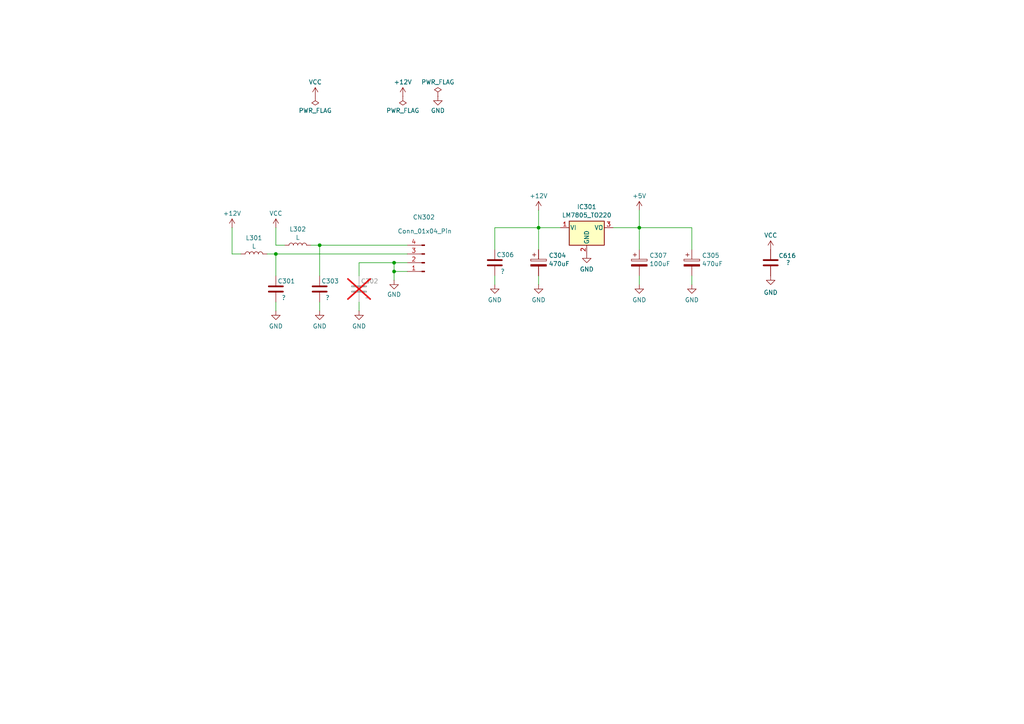
<source format=kicad_sch>
(kicad_sch (version 20231120) (generator "eeschema") (generator_version "8.0")
  (paper "A4")
  (title_block (title "PC-FX CD Board Schematics") (date "2024-07-21") (rev "0.1") (company "Author: Regis Galland") (comment 1 "Reversed engineered schematics of the PC-FX CD PCB"))
  (lib_symbols
    (symbol "Connector:Conn_01x04_Pin" (pin_names (offset 1.016) hide)
      (property "Reference" "J" (at 0 5.08 0))
      (property "Value" "Conn_01x04_Pin" (at 0 -7.62 0))
      (symbol "Conn_01x04_Pin_1_1"
        (polyline (pts (xy 1.27 -5.08) (xy 0.8636 -5.08)) (stroke (width 0.1524)))
        (polyline (pts (xy 1.27 -2.54) (xy 0.8636 -2.54)) (stroke (width 0.1524)))
        (polyline (pts (xy 1.27 0) (xy 0.8636 0)) (stroke (width 0.1524)))
        (polyline (pts (xy 1.27 2.54) (xy 0.8636 2.54)) (stroke (width 0.1524)))
        (rectangle (start 0.8636 -4.953) (end 0 -5.207) (stroke (width 0.1524)) (fill (type outline)))
        (rectangle (start 0.8636 -2.413) (end 0 -2.667) (stroke (width 0.1524)) (fill (type outline)))
        (rectangle (start 0.8636 0.127) (end 0 -0.127) (stroke (width 0.1524)) (fill (type outline)))
        (rectangle (start 0.8636 2.667) (end 0 2.413) (stroke (width 0.1524)) (fill (type outline)))
        (pin passive line (at 5.08 2.54 180) (length 3.81) (name "Pin_1") (number "1"))
        (pin passive line (at 5.08 0 180) (length 3.81) (name "Pin_2") (number "2"))
        (pin passive line (at 5.08 -2.54 180) (length 3.81) (name "Pin_3") (number "3"))
        (pin passive line (at 5.08 -5.08 180) (length 3.81) (name "Pin_4") (number "4"))
      )
    )
    (symbol "Device:C" (pin_numbers hide) (pin_names (offset 0.254))
      (property "Reference" "C" (at 0.635 2.54 0))
      (property "Value" "C" (at 0.635 -2.54 0))
      (symbol "C_0_1"
        (polyline (pts (xy -2.032 -0.762) (xy 2.032 -0.762)) (stroke (width 0.508)))
        (polyline (pts (xy -2.032 0.762) (xy 2.032 0.762)) (stroke (width 0.508)))
      )
      (symbol "C_1_1"
        (pin passive line (at 0 3.81 270) (length 2.794) (name "~") (number "1"))
        (pin passive line (at 0 -3.81 90) (length 2.794) (name "~") (number "2"))
      )
    )
    (symbol "Device:C_Polarized" (pin_numbers hide) (pin_names (offset 0.254))
      (property "Reference" "C" (at 0.635 2.54 0))
      (property "Value" "C_Polarized" (at 0.635 -2.54 0))
      (symbol "C_Polarized_0_1"
        (rectangle (start -2.286 0.508) (end 2.286 1.016))
        (polyline (pts (xy -1.778 2.286) (xy -0.762 2.286)))
        (polyline (pts (xy -1.27 2.794) (xy -1.27 1.778)))
        (rectangle (start 2.286 -0.508) (end -2.286 -1.016) (fill (type outline)))
      )
      (symbol "C_Polarized_1_1"
        (pin passive line (at 0 3.81 270) (length 2.794) (name "~") (number "1"))
        (pin passive line (at 0 -3.81 90) (length 2.794) (name "~") (number "2"))
      )
    )
    (symbol "Device:L" (pin_numbers hide) (pin_names (offset 1.016) hide)
      (property "Reference" "L" (at -1.27 0 90))
      (property "Value" "L" (at 1.905 0 90))
      (symbol "L_0_1"
        (arc (start 0 -2.54) (mid 0.6323 -1.905) (end 0 -1.27))
        (arc (start 0 -1.27) (mid 0.6323 -0.635) (end 0 0))
        (arc (start 0 0) (mid 0.6323 0.635) (end 0 1.27))
        (arc (start 0 1.27) (mid 0.6323 1.905) (end 0 2.54))
      )
      (symbol "L_1_1"
        (pin passive line (at 0 3.81 270) (length 1.27) (name "1") (number "1"))
        (pin passive line (at 0 -3.81 90) (length 1.27) (name "2") (number "2"))
      )
    )
    (symbol "Regulator_Linear:LM7805_TO220" (pin_names (offset 0.254))
      (property "Reference" "U" (at -3.81 3.175 0))
      (property "Value" "LM7805_TO220" (at 0 3.175 0))
      (symbol "LM7805_TO220_0_1"
        (rectangle (start -5.08 1.905) (end 5.08 -5.08) (stroke (width 0.254)) (fill (type background)))
      )
      (symbol "LM7805_TO220_1_1"
        (pin power_in line (at -7.62 0 0) (length 2.54) (name "VI") (number "1"))
        (pin power_in line (at 0 -7.62 90) (length 2.54) (name "GND") (number "2"))
        (pin power_out line (at 7.62 0 180) (length 2.54) (name "VO") (number "3"))
      )
    )
    (symbol "power:+12V" (power) (pin_numbers hide) (pin_names (offset 0) hide)
      (property "Value" "+12V" (at 0 3.556 0))
      (symbol "+12V_0_1"
        (polyline (pts (xy -0.762 1.27) (xy 0 2.54)))
        (polyline (pts (xy 0 0) (xy 0 2.54)))
        (polyline (pts (xy 0 2.54) (xy 0.762 1.27)))
      )
      (symbol "+12V_1_1"
        (pin power_in line (at 0 0 90) (length 0) (name "~") (number "1"))
      )
    )
    (symbol "power:+5V" (power) (pin_numbers hide) (pin_names (offset 0) hide)
      (property "Value" "+5V" (at 0 3.556 0))
      (symbol "+5V_0_1"
        (polyline (pts (xy -0.762 1.27) (xy 0 2.54)))
        (polyline (pts (xy 0 0) (xy 0 2.54)))
        (polyline (pts (xy 0 2.54) (xy 0.762 1.27)))
      )
      (symbol "+5V_1_1"
        (pin power_in line (at 0 0 90) (length 0) (name "~") (number "1"))
      )
    )
    (symbol "power:GND" (power) (pin_numbers hide) (pin_names (offset 0) hide)
      (property "Value" "GND" (at 0 -3.81 0))
      (symbol "GND_0_1"
        (polyline (pts (xy 0 0) (xy 0 -1.27) (xy 1.27 -1.27) (xy 0 -2.54) (xy -1.27 -1.27) (xy 0 -1.27)))
      )
      (symbol "GND_1_1"
        (pin power_in line (at 0 0 270) (length 0) (name "~") (number "1"))
      )
    )
    (symbol "power:PWR_FLAG" (power) (pin_numbers hide) (pin_names (offset 0) hide)
      (property "Value" "PWR_FLAG" (at 0 3.81 0))
      (symbol "PWR_FLAG_0_0"
        (pin power_out line (at 0 0 90) (length 0) (name "~") (number "1"))
      )
      (symbol "PWR_FLAG_0_1"
        (polyline (pts (xy 0 0) (xy 0 1.27) (xy -1.016 1.905) (xy 0 2.54) (xy 1.016 1.905) (xy 0 1.27)))
      )
    )
    (symbol "power:VCC" (power) (pin_numbers hide) (pin_names (offset 0) hide)
      (property "Value" "VCC" (at 0 3.556 0))
      (symbol "VCC_0_1"
        (polyline (pts (xy -0.762 1.27) (xy 0 2.54)))
        (polyline (pts (xy 0 0) (xy 0 2.54)))
        (polyline (pts (xy 0 2.54) (xy 0.762 1.27)))
      )
      (symbol "VCC_1_1"
        (pin power_in line (at 0 0 90) (length 0) (name "~") (number "1"))
      )
    )
  )
  (junction (at 185.42 66.04))
  (junction (at 92.71 71.12))
  (junction (at 80.01 73.66))
  (junction (at 114.3 76.2))
  (junction (at 156.21 66.04))
  (junction (at 114.3 78.74))
  (wire (pts (xy 80.01 73.66) (xy 118.11 73.66)))
  (wire (pts (xy 92.71 71.12) (xy 118.11 71.12)))
  (wire (pts (xy 200.66 80.01) (xy 200.66 82.55)))
  (wire (pts (xy 104.14 80.01) (xy 104.14 76.2)))
  (wire (pts (xy 114.3 76.2) (xy 114.3 78.74)))
  (wire (pts (xy 156.21 80.01) (xy 156.21 82.55)))
  (wire (pts (xy 156.21 60.96) (xy 156.21 66.04)))
  (wire (pts (xy 177.8 66.04) (xy 185.42 66.04)))
  (wire (pts (xy 162.56 66.04) (xy 156.21 66.04)))
  (wire (pts (xy 67.31 66.04) (xy 67.31 73.66)))
  (wire (pts (xy 118.11 78.74) (xy 114.3 78.74)))
  (wire (pts (xy 80.01 80.01) (xy 80.01 73.66)))
  (wire (pts (xy 156.21 66.04) (xy 156.21 72.39)))
  (wire (pts (xy 92.71 71.12) (xy 92.71 80.01)))
  (wire (pts (xy 118.11 76.2) (xy 114.3 76.2)))
  (wire (pts (xy 185.42 60.96) (xy 185.42 66.04)))
  (wire (pts (xy 104.14 90.17) (xy 104.14 87.63)))
  (wire (pts (xy 92.71 90.17) (xy 92.71 87.63)))
  (wire (pts (xy 80.01 90.17) (xy 80.01 87.63)))
  (wire (pts (xy 185.42 80.01) (xy 185.42 82.55)))
  (wire (pts (xy 80.01 71.12) (xy 82.55 71.12)))
  (wire (pts (xy 67.31 73.66) (xy 69.85 73.66)))
  (wire (pts (xy 114.3 78.74) (xy 114.3 81.28)))
  (wire (pts (xy 90.17 71.12) (xy 92.71 71.12)))
  (wire (pts (xy 80.01 66.04) (xy 80.01 71.12)))
  (wire (pts (xy 156.21 66.04) (xy 143.51 66.04)))
  (wire (pts (xy 185.42 66.04) (xy 185.42 72.39)))
  (wire (pts (xy 104.14 76.2) (xy 114.3 76.2)))
  (wire (pts (xy 200.66 66.04) (xy 200.66 72.39)))
  (wire (pts (xy 185.42 66.04) (xy 200.66 66.04)))
  (wire (pts (xy 77.47 73.66) (xy 80.01 73.66)))
  (wire (pts (xy 143.51 72.39) (xy 143.51 66.04)))
  (wire (pts (xy 143.51 82.55) (xy 143.51 80.01)))
  (symbol (lib_id "power:+12V") (at 67.31 66.04 0) (unit 1)
    (property "Reference" "#PWR07" (effects (hide yes)))
    (property "Value" "+12V" (at 67.31 61.9069 0))
    (property "Description" "Power symbol creates a global label with name \"+12V\"" (effects (hide yes)))
  )
  (symbol (lib_id "Device:C") (at 92.71 83.82 180) (unit 1)
    (property "Reference" "C303" (at 95.758 81.534 0))
    (property "Value" "?" (at 94.996 86.36 0))
    (property "Footprint" "Capacitor_SMD:C_0603_1608Metric" (effects (hide yes)))
  )
  (symbol (lib_id "Device:C") (at 80.01 83.82 180) (unit 1)
    (property "Reference" "C301" (at 83.058 81.534 0))
    (property "Value" "?" (at 82.296 86.36 0))
    (property "Footprint" "Capacitor_SMD:C_0603_1608Metric" (effects (hide yes)))
  )
  (symbol (lib_id "power:PWR_FLAG") (at 127 27.94 0) (unit 1)
    (property "Reference" "#FLG03" (effects (hide yes)))
    (property "Value" "PWR_FLAG" (at 127 23.8069 0))
    (property "Description" "Special symbol for telling ERC where power comes from" (effects (hide yes)))
  )
  (symbol (lib_id "power:+12V") (at 156.21 60.96 0) (unit 1)
    (property "Reference" "#PWR05" (effects (hide yes)))
    (property "Value" "+12V" (at 156.21 56.8269 0))
    (property "Description" "Power symbol creates a global label with name \"+12V\"" (effects (hide yes)))
  )
  (symbol (lib_id "power:GND") (at 92.71 90.17 0) (unit 1)
    (property "Reference" "#PWR0133" (effects (hide yes)))
    (property "Value" "GND" (at 92.71 94.6134 0))
    (property "Description" "Power symbol creates a global label with name \"GND\" , ground" (effects (hide yes)))
  )
  (symbol (lib_id "power:GND") (at 185.42 82.55 0) (unit 1)
    (property "Reference" "#PWR0112" (effects (hide yes)))
    (property "Value" "GND" (at 185.42 86.9934 0))
    (property "Description" "Power symbol creates a global label with name \"GND\" , ground" (effects (hide yes)))
  )
  (symbol (lib_id "Device:L") (at 73.66 73.66 90) (unit 1)
    (property "Reference" "L301" (at 73.66 69.0102 90))
    (property "Value" "L" (at 73.66 71.4345 90))
    (property "Description" "Inductor" (effects (hide yes)))
  )
  (symbol (lib_id "power:GND") (at 104.14 90.17 0) (unit 1)
    (property "Reference" "#PWR0143" (effects (hide yes)))
    (property "Value" "GND" (at 104.14 94.6134 0))
    (property "Description" "Power symbol creates a global label with name \"GND\" , ground" (effects (hide yes)))
  )
  (symbol (lib_id "Device:C") (at 143.51 76.2 180) (unit 1)
    (property "Reference" "C306" (at 146.558 73.914 0))
    (property "Value" "?" (at 145.796 78.74 0))
    (property "Footprint" "Capacitor_SMD:C_0603_1608Metric" (effects (hide yes)))
  )
  (symbol (lib_id "power:GND") (at 223.52 80.01 0) (unit 1)
    (property "Reference" "#PWR0106" (effects (hide yes)))
    (property "Value" "GND" (at 223.52 84.836 0))
    (property "Description" "Power symbol creates a global label with name \"GND\" , ground" (effects (hide yes)))
  )
  (symbol (lib_id "Device:L") (at 86.36 71.12 90) (unit 1)
    (property "Reference" "L302" (at 86.36 66.4702 90))
    (property "Value" "L" (at 86.36 68.8945 90))
    (property "Description" "Inductor" (effects (hide yes)))
  )
  (symbol (lib_id "power:GND") (at 114.3 81.28 0) (unit 1)
    (property "Reference" "#PWR0108" (effects (hide yes)))
    (property "Value" "GND" (at 114.3 85.4131 0))
    (property "Description" "Power symbol creates a global label with name \"GND\" , ground" (effects (hide yes)))
  )
  (symbol (lib_id "Device:C_Polarized") (at 200.66 76.2 0) (unit 1)
    (property "Reference" "C305" (at 203.581 74.0988 0) (effects (justify left)))
    (property "Value" "470uF" (at 203.581 76.5231 0) (effects (justify left)))
    (property "Footprint" "Capacitor_SMD:CP_Elec_5x5.4" (effects (hide yes)))
  )
  (symbol (lib_id "power:PWR_FLAG") (at 91.44 27.94 180) (unit 1)
    (property "Reference" "#FLG04" (effects (hide yes)))
    (property "Value" "PWR_FLAG" (at 91.44 32.0731 0))
    (property "Description" "Special symbol for telling ERC where power comes from" (effects (hide yes)))
  )
  (symbol (lib_id "Connector:Conn_01x04_Pin") (at 123.19 76.2 180) (unit 1)
    (property "Reference" "CN302" (at 122.936 62.992 0))
    (property "Value" "Conn_01x04_Pin" (at 123.19 67.056 0))
    (property "Description" "Generic connector, single row, 01x04, script generated" (effects (hide yes)))
  )
  (symbol (lib_id "power:VCC") (at 223.52 72.39 0) (mirror y) (unit 1)
    (property "Reference" "#PWR013" (effects (hide yes)))
    (property "Value" "VCC" (at 223.52 68.2569 0))
    (property "Description" "Power symbol creates a global label with name \"VCC\"" (effects (hide yes)))
  )
  (symbol (lib_id "power:GND") (at 127 27.94 0) (unit 1)
    (property "Reference" "#PWR0144" (effects (hide yes)))
    (property "Value" "GND" (at 127 32.0731 0))
    (property "Description" "Power symbol creates a global label with name \"GND\" , ground" (effects (hide yes)))
  )
  (symbol (lib_id "Device:C_Polarized") (at 185.42 76.2 0) (unit 1)
    (property "Reference" "C307" (at 188.341 74.0988 0) (effects (justify left)))
    (property "Value" "100uF" (at 188.341 76.5231 0) (effects (justify left)))
    (property "Footprint" "Capacitor_SMD:CP_Elec_5x5.4" (effects (hide yes)))
  )
  (symbol (lib_id "power:PWR_FLAG") (at 116.84 27.94 180) (unit 1)
    (property "Reference" "#FLG02" (effects (hide yes)))
    (property "Value" "PWR_FLAG" (at 116.84 32.0731 0))
    (property "Description" "Special symbol for telling ERC where power comes from" (effects (hide yes)))
  )
  (symbol (lib_id "power:GND") (at 143.51 82.55 0) (unit 1)
    (property "Reference" "#PWR0109" (effects (hide yes)))
    (property "Value" "GND" (at 143.51 86.9934 0))
    (property "Description" "Power symbol creates a global label with name \"GND\" , ground" (effects (hide yes)))
  )
  (symbol (lib_id "power:VCC") (at 91.44 27.94 0) (unit 1)
    (property "Reference" "#PWR0147" (effects (hide yes)))
    (property "Value" "VCC" (at 91.44 23.8069 0))
    (property "Description" "Power symbol creates a global label with name \"VCC\"" (effects (hide yes)))
  )
  (symbol (lib_id "power:VCC") (at 80.01 66.04 0) (unit 1)
    (property "Reference" "#PWR012" (effects (hide yes)))
    (property "Value" "VCC" (at 80.01 61.9069 0))
    (property "Description" "Power symbol creates a global label with name \"VCC\"" (effects (hide yes)))
  )
  (symbol (lib_id "Device:C") (at 104.14 83.82 180) (unit 1) (dnp yes)
    (property "Reference" "C302" (at 107.188 81.534 0))
    (property "Value" "~" (at 106.426 86.36 0))
    (property "Footprint" "Capacitor_SMD:C_0603_1608Metric" (effects (hide yes)))
  )
  (symbol (lib_id "power:GND") (at 200.66 82.55 0) (unit 1)
    (property "Reference" "#PWR0118" (effects (hide yes)))
    (property "Value" "GND" (at 200.66 86.9934 0))
    (property "Description" "Power symbol creates a global label with name \"GND\" , ground" (effects (hide yes)))
  )
  (symbol (lib_id "power:+12V") (at 116.84 27.94 0) (unit 1)
    (property "Reference" "#PWR063" (effects (hide yes)))
    (property "Value" "+12V" (at 116.84 23.8069 0))
    (property "Description" "Power symbol creates a global label with name \"+12V\"" (effects (hide yes)))
  )
  (symbol (lib_id "power:GND") (at 170.18 73.66 0) (unit 1)
    (property "Reference" "#PWR017" (effects (hide yes)))
    (property "Value" "GND" (at 170.18 78.1034 0))
    (property "Description" "Power symbol creates a global label with name \"GND\" , ground" (effects (hide yes)))
  )
  (symbol (lib_id "power:GND") (at 80.01 90.17 0) (unit 1)
    (property "Reference" "#PWR0132" (effects (hide yes)))
    (property "Value" "GND" (at 80.01 94.6134 0))
    (property "Description" "Power symbol creates a global label with name \"GND\" , ground" (effects (hide yes)))
  )
  (symbol (lib_id "Regulator_Linear:LM7805_TO220") (at 170.18 66.04 0) (unit 1)
    (property "Reference" "IC301" (at 170.18 59.9905 0))
    (property "Value" "LM7805_TO220" (at 170.18 62.4148 0))
    (property "Footprint" "Package_TO_SOT_THT:TO-220-3_Vertical" (effects (hide yes)))
    (property "Datasheet" "https://www.onsemi.cn/PowerSolutions/document/MC7800-D.PDF" (effects (hide yes)))
    (property "Description" "Positive 1A 35V Linear Regulator, Fixed Output 5V, TO-220" (effects (hide yes)))
  )
  (symbol (lib_id "Device:C") (at 223.52 76.2 0) (unit 1)
    (property "Reference" "C616" (at 228.346 74.168 0))
    (property "Value" "?" (at 228.6 76.2 0))
    (property "Footprint" "Capacitor_SMD:C_0603_1608Metric" (effects (hide yes)))
  )
  (symbol (lib_id "Device:C_Polarized") (at 156.21 76.2 0) (unit 1)
    (property "Reference" "C304" (at 159.131 74.0988 0) (effects (justify left)))
    (property "Value" "470uF" (at 159.131 76.5231 0) (effects (justify left)))
    (property "Footprint" "Capacitor_SMD:CP_Elec_5x5.4" (effects (hide yes)))
  )
  (symbol (lib_id "power:+5V") (at 185.42 60.96 0) (unit 1)
    (property "Reference" "#PWR06" (effects (hide yes)))
    (property "Value" "+5V" (at 185.42 56.8269 0))
    (property "Description" "Power symbol creates a global label with name \"+5V\"" (effects (hide yes)))
  )
  (symbol (lib_id "power:GND") (at 156.21 82.55 0) (unit 1)
    (property "Reference" "#PWR0110" (effects (hide yes)))
    (property "Value" "GND" (at 156.21 86.9934 0))
    (property "Description" "Power symbol creates a global label with name \"GND\" , ground" (effects (hide yes)))
  )
)
</source>
